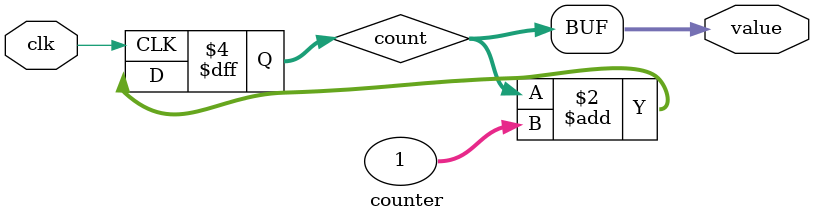
<source format=v>
`timescale 1ns / 1ps


module counter(
    input clk,
    output [31:0] value
    );
    
    reg [31:0] count=0;
    
    always @(posedge clk)
        count<=count+1;
    assign value=count;
    
endmodule

</source>
